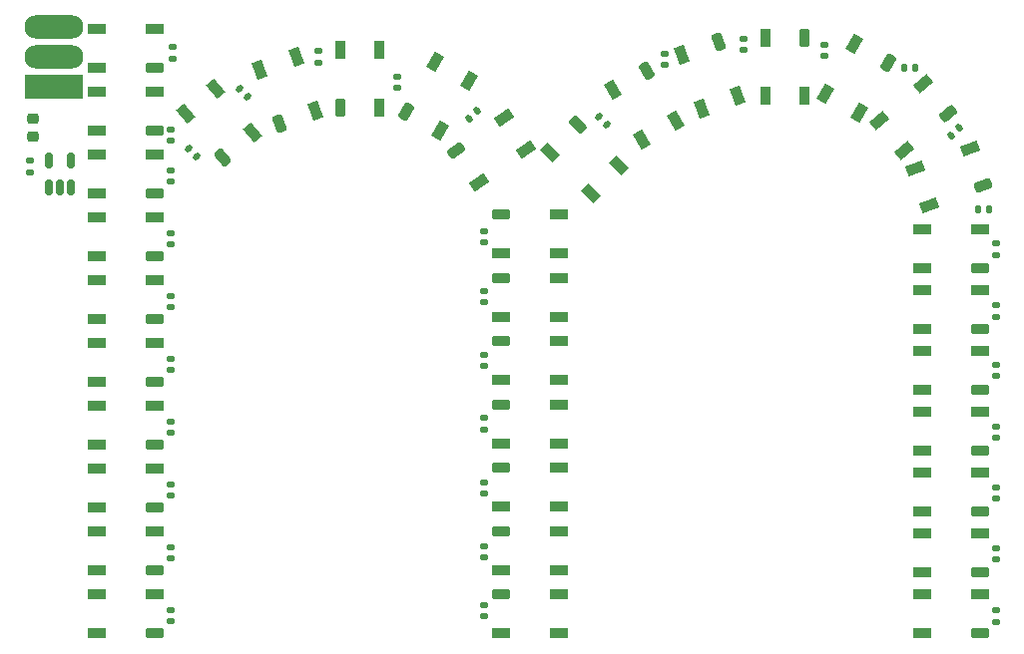
<source format=gts>
G04 #@! TF.GenerationSoftware,KiCad,Pcbnew,7.0.0-da2b9df05c~165~ubuntu22.04.1*
G04 #@! TF.CreationDate,2023-03-06T13:31:38-08:00*
G04 #@! TF.ProjectId,badge,62616467-652e-46b6-9963-61645f706362,rev?*
G04 #@! TF.SameCoordinates,Original*
G04 #@! TF.FileFunction,Soldermask,Top*
G04 #@! TF.FilePolarity,Negative*
%FSLAX46Y46*%
G04 Gerber Fmt 4.6, Leading zero omitted, Abs format (unit mm)*
G04 Created by KiCad (PCBNEW 7.0.0-da2b9df05c~165~ubuntu22.04.1) date 2023-03-06 13:31:38*
%MOMM*%
%LPD*%
G01*
G04 APERTURE LIST*
G04 Aperture macros list*
%AMRoundRect*
0 Rectangle with rounded corners*
0 $1 Rounding radius*
0 $2 $3 $4 $5 $6 $7 $8 $9 X,Y pos of 4 corners*
0 Add a 4 corners polygon primitive as box body*
4,1,4,$2,$3,$4,$5,$6,$7,$8,$9,$2,$3,0*
0 Add four circle primitives for the rounded corners*
1,1,$1+$1,$2,$3*
1,1,$1+$1,$4,$5*
1,1,$1+$1,$6,$7*
1,1,$1+$1,$8,$9*
0 Add four rect primitives between the rounded corners*
20,1,$1+$1,$2,$3,$4,$5,0*
20,1,$1+$1,$4,$5,$6,$7,0*
20,1,$1+$1,$6,$7,$8,$9,0*
20,1,$1+$1,$8,$9,$2,$3,0*%
%AMRotRect*
0 Rectangle, with rotation*
0 The origin of the aperture is its center*
0 $1 length*
0 $2 width*
0 $3 Rotation angle, in degrees counterclockwise*
0 Add horizontal line*
21,1,$1,$2,0,0,$3*%
G04 Aperture macros list end*
%ADD10RoundRect,0.140000X0.140000X0.170000X-0.140000X0.170000X-0.140000X-0.170000X0.140000X-0.170000X0*%
%ADD11RoundRect,0.225000X0.525000X0.225000X-0.525000X0.225000X-0.525000X-0.225000X0.525000X-0.225000X0*%
%ADD12R,1.500000X0.900000*%
%ADD13RoundRect,0.225000X-0.525000X-0.225000X0.525000X-0.225000X0.525000X0.225000X-0.525000X0.225000X0*%
%ADD14RoundRect,0.225000X0.416384X0.390991X-0.570293X0.031870X-0.416384X-0.390991X0.570293X-0.031870X0*%
%ADD15RotRect,1.500000X0.900000X200.000000*%
%ADD16RoundRect,0.140000X0.170000X-0.140000X0.170000X0.140000X-0.170000X0.140000X-0.170000X-0.140000X0*%
%ADD17RoundRect,0.225000X0.390991X-0.416384X0.031870X0.570293X-0.390991X0.416384X-0.031870X-0.570293X0*%
%ADD18RotRect,1.500000X0.900000X110.000000*%
%ADD19RoundRect,0.140000X-0.021213X0.219203X-0.219203X0.021213X0.021213X-0.219203X0.219203X-0.021213X0*%
%ADD20RoundRect,0.140000X-0.170000X0.140000X-0.170000X-0.140000X0.170000X-0.140000X0.170000X0.140000X0*%
%ADD21RoundRect,0.225000X-0.301000X-0.485437X0.559110X0.116818X0.301000X0.485437X-0.559110X-0.116818X0*%
%ADD22RotRect,1.500000X0.900000X35.000000*%
%ADD23RoundRect,0.225000X0.067644X0.567163X-0.457356X-0.342163X-0.067644X-0.567163X0.457356X0.342163X0*%
%ADD24RotRect,1.500000X0.900000X240.000000*%
%ADD25RoundRect,0.225000X0.257546X0.509823X-0.546801X-0.165103X-0.257546X-0.509823X0.546801X0.165103X0*%
%ADD26RotRect,1.500000X0.900000X220.000000*%
%ADD27RoundRect,0.225000X-0.225000X0.525000X-0.225000X-0.525000X0.225000X-0.525000X0.225000X0.525000X0*%
%ADD28R,0.900000X1.500000*%
%ADD29RoundRect,0.225000X-0.250000X0.225000X-0.250000X-0.225000X0.250000X-0.225000X0.250000X0.225000X0*%
%ADD30RoundRect,0.225000X-0.457356X0.342163X0.067644X-0.567163X0.457356X-0.342163X-0.067644X0.567163X0*%
%ADD31RotRect,1.500000X0.900000X300.000000*%
%ADD32RoundRect,0.225000X-0.067644X-0.567163X0.457356X0.342163X0.067644X0.567163X-0.457356X-0.342163X0*%
%ADD33RotRect,1.500000X0.900000X60.000000*%
%ADD34RoundRect,0.140000X0.219203X0.021213X0.021213X0.219203X-0.219203X-0.021213X-0.021213X-0.219203X0*%
%ADD35RoundRect,0.225000X0.509823X-0.257546X-0.165103X0.546801X-0.509823X0.257546X0.165103X-0.546801X0*%
%ADD36RotRect,1.500000X0.900000X130.000000*%
%ADD37RoundRect,0.225000X-0.390991X0.416384X-0.031870X-0.570293X0.390991X-0.416384X0.031870X0.570293X0*%
%ADD38RotRect,1.500000X0.900000X290.000000*%
%ADD39RoundRect,0.140000X-0.219203X-0.021213X-0.021213X-0.219203X0.219203X0.021213X0.021213X0.219203X0*%
%ADD40R,5.000000X2.000000*%
%ADD41O,5.000000X2.000000*%
%ADD42RoundRect,0.140000X0.021213X-0.219203X0.219203X-0.021213X-0.021213X0.219203X-0.219203X0.021213X0*%
%ADD43RoundRect,0.150000X0.150000X-0.512500X0.150000X0.512500X-0.150000X0.512500X-0.150000X-0.512500X0*%
%ADD44RoundRect,0.140000X-0.140000X-0.170000X0.140000X-0.170000X0.140000X0.170000X-0.140000X0.170000X0*%
%ADD45RoundRect,0.225000X-0.530330X0.212132X0.212132X-0.530330X0.530330X-0.212132X-0.212132X0.530330X0*%
%ADD46RotRect,1.500000X0.900000X315.000000*%
%ADD47RoundRect,0.225000X0.225000X-0.525000X0.225000X0.525000X-0.225000X0.525000X-0.225000X-0.525000X0*%
G04 APERTURE END LIST*
D10*
G04 #@! TO.C,C14*
X184990000Y-76910000D03*
X184030000Y-76910000D03*
G04 #@! TD*
D11*
G04 #@! TO.C,D17*
X184224000Y-92243332D03*
D12*
X184223999Y-88943331D03*
X179323999Y-88943331D03*
X179323999Y-92243331D03*
G04 #@! TD*
D11*
G04 #@! TO.C,D15*
X184224000Y-81914000D03*
D12*
X184223999Y-78613999D03*
X179323999Y-78613999D03*
X179323999Y-81913999D03*
G04 #@! TD*
D13*
G04 #@! TO.C,D7*
X143600000Y-77344000D03*
D12*
X143599999Y-80643999D03*
X148499999Y-80643999D03*
X148499999Y-77343999D03*
G04 #@! TD*
D14*
G04 #@! TO.C,D14*
X184476580Y-74880543D03*
D15*
X183347913Y-71779557D03*
X178743419Y-73455456D03*
X179872085Y-76556441D03*
G04 #@! TD*
D16*
G04 #@! TO.C,C34*
X115520000Y-101202000D03*
X115520000Y-100242000D03*
G04 #@! TD*
G04 #@! TO.C,C17*
X185540000Y-91090000D03*
X185540000Y-90130000D03*
G04 #@! TD*
D17*
G04 #@! TO.C,D25*
X124763457Y-69668580D03*
D18*
X127864441Y-68539913D03*
X126188542Y-63935419D03*
X123087557Y-65064085D03*
G04 #@! TD*
D11*
G04 #@! TO.C,D16*
X184224000Y-87078666D03*
D12*
X184223999Y-83778665D03*
X179323999Y-83778665D03*
X179323999Y-87078665D03*
G04 #@! TD*
D13*
G04 #@! TO.C,D2*
X143600000Y-104225665D03*
D12*
X143599999Y-107525664D03*
X148499999Y-107525664D03*
X148499999Y-104225664D03*
G04 #@! TD*
D19*
G04 #@! TO.C,C13*
X182449411Y-69950589D03*
X181770589Y-70629411D03*
G04 #@! TD*
D20*
G04 #@! TO.C,C1*
X142150000Y-110490000D03*
X142150000Y-111450000D03*
G04 #@! TD*
D21*
G04 #@! TO.C,D22*
X139794676Y-71935661D03*
D22*
X141687478Y-74638862D03*
X145701323Y-71828338D03*
X143808520Y-69125136D03*
G04 #@! TD*
D11*
G04 #@! TO.C,D31*
X114210000Y-86232000D03*
D12*
X114209999Y-82931999D03*
X109309999Y-82931999D03*
X109309999Y-86231999D03*
G04 #@! TD*
D20*
G04 #@! TO.C,C37*
X103632000Y-72799000D03*
X103632000Y-73759000D03*
G04 #@! TD*
D11*
G04 #@! TO.C,D32*
X114210000Y-91566000D03*
D12*
X114209999Y-88265999D03*
X109309999Y-88265999D03*
X109309999Y-91565999D03*
G04 #@! TD*
D11*
G04 #@! TO.C,D27*
X114210000Y-64896000D03*
D12*
X114209999Y-61595999D03*
X109309999Y-61595999D03*
X109309999Y-64895999D03*
G04 #@! TD*
D20*
G04 #@! TO.C,C3*
X142150000Y-100100000D03*
X142150000Y-101060000D03*
G04 #@! TD*
D11*
G04 #@! TO.C,D18*
X184224000Y-97407998D03*
D12*
X184223999Y-94107997D03*
X179323999Y-94107997D03*
X179323999Y-97407997D03*
G04 #@! TD*
D23*
G04 #@! TO.C,D12*
X176389942Y-64489238D03*
D24*
X173532057Y-62839237D03*
X171082057Y-67082761D03*
X173939941Y-68732761D03*
G04 #@! TD*
D16*
G04 #@! TO.C,C21*
X185540000Y-111930000D03*
X185540000Y-110970000D03*
G04 #@! TD*
D25*
G04 #@! TO.C,D13*
X181499408Y-68777144D03*
D26*
X179378208Y-66249196D03*
X175624591Y-69398855D03*
X177745790Y-71926802D03*
G04 #@! TD*
D27*
G04 #@! TO.C,D11*
X169290000Y-62320000D03*
D28*
X165989999Y-62319999D03*
X165989999Y-67219999D03*
X169289999Y-67219999D03*
G04 #@! TD*
D13*
G04 #@! TO.C,D1*
X143600000Y-109602000D03*
D12*
X143599999Y-112901999D03*
X148499999Y-112901999D03*
X148499999Y-109601999D03*
G04 #@! TD*
D29*
G04 #@! TO.C,C38*
X103886000Y-69202000D03*
X103886000Y-70752000D03*
G04 #@! TD*
D16*
G04 #@! TO.C,C15*
X185540000Y-80780000D03*
X185540000Y-79820000D03*
G04 #@! TD*
D30*
G04 #@! TO.C,D9*
X155905942Y-65125238D03*
D31*
X153048057Y-66775237D03*
X155498057Y-71018761D03*
X158355941Y-69368761D03*
G04 #@! TD*
D16*
G04 #@! TO.C,C29*
X115520000Y-74532000D03*
X115520000Y-73572000D03*
G04 #@! TD*
D32*
G04 #@! TO.C,D23*
X135522058Y-68606762D03*
D33*
X138379941Y-70256761D03*
X140829941Y-66013237D03*
X137972057Y-64363237D03*
G04 #@! TD*
D16*
G04 #@! TO.C,C16*
X185540000Y-86040000D03*
X185540000Y-85080000D03*
G04 #@! TD*
G04 #@! TO.C,C35*
X115520000Y-106536000D03*
X115520000Y-105576000D03*
G04 #@! TD*
G04 #@! TO.C,C24*
X128040000Y-64440000D03*
X128040000Y-63480000D03*
G04 #@! TD*
D11*
G04 #@! TO.C,D21*
X184224000Y-112901996D03*
D12*
X184223999Y-109601995D03*
X179323999Y-109601995D03*
X179323999Y-112901995D03*
G04 #@! TD*
D34*
G04 #@! TO.C,C25*
X122099411Y-67379411D03*
X121420589Y-66700589D03*
G04 #@! TD*
D11*
G04 #@! TO.C,D29*
X114210000Y-75564000D03*
D12*
X114209999Y-72263999D03*
X109309999Y-72263999D03*
X109309999Y-75563999D03*
G04 #@! TD*
D16*
G04 #@! TO.C,C33*
X115520000Y-95868000D03*
X115520000Y-94908000D03*
G04 #@! TD*
D20*
G04 #@! TO.C,C28*
X115570000Y-70143000D03*
X115570000Y-71103000D03*
G04 #@! TD*
D35*
G04 #@! TO.C,D26*
X119944856Y-72533408D03*
D36*
X122472802Y-70412208D03*
X119323143Y-66658591D03*
X116795196Y-68779790D03*
G04 #@! TD*
D16*
G04 #@! TO.C,C32*
X115520000Y-90534000D03*
X115520000Y-89574000D03*
G04 #@! TD*
D11*
G04 #@! TO.C,D33*
X114210000Y-96900000D03*
D12*
X114209999Y-93599999D03*
X109309999Y-93599999D03*
X109309999Y-96899999D03*
G04 #@! TD*
D11*
G04 #@! TO.C,D20*
X184224000Y-107737330D03*
D12*
X184223999Y-104437329D03*
X179323999Y-104437329D03*
X179323999Y-107737329D03*
G04 #@! TD*
D11*
G04 #@! TO.C,D35*
X114210000Y-107568000D03*
D12*
X114209999Y-104267999D03*
X109309999Y-104267999D03*
X109309999Y-107567999D03*
G04 #@! TD*
D20*
G04 #@! TO.C,C5*
X142150000Y-89260000D03*
X142150000Y-90220000D03*
G04 #@! TD*
D11*
G04 #@! TO.C,D19*
X184224000Y-102572664D03*
D12*
X184223999Y-99272663D03*
X179323999Y-99272663D03*
X179323999Y-102572663D03*
G04 #@! TD*
D13*
G04 #@! TO.C,D6*
X143600000Y-82720333D03*
D12*
X143599999Y-86020332D03*
X148499999Y-86020332D03*
X148499999Y-82720332D03*
G04 #@! TD*
D20*
G04 #@! TO.C,C9*
X157480000Y-63670000D03*
X157480000Y-64630000D03*
G04 #@! TD*
G04 #@! TO.C,C11*
X170970000Y-62950000D03*
X170970000Y-63910000D03*
G04 #@! TD*
D13*
G04 #@! TO.C,D3*
X143600000Y-98849332D03*
D12*
X143599999Y-102149331D03*
X148499999Y-102149331D03*
X148499999Y-98849331D03*
G04 #@! TD*
D37*
G04 #@! TO.C,D10*
X162002543Y-62665420D03*
D38*
X158901557Y-63794085D03*
X160577456Y-68398579D03*
X163678441Y-67269913D03*
G04 #@! TD*
D16*
G04 #@! TO.C,C27*
X115697000Y-64107000D03*
X115697000Y-63147000D03*
G04 #@! TD*
D11*
G04 #@! TO.C,D34*
X114210000Y-102234000D03*
D12*
X114209999Y-98933999D03*
X109309999Y-98933999D03*
X109309999Y-102233999D03*
G04 #@! TD*
D39*
G04 #@! TO.C,C8*
X151890589Y-69060589D03*
X152569411Y-69739411D03*
G04 #@! TD*
D11*
G04 #@! TO.C,D36*
X114210000Y-112902000D03*
D12*
X114209999Y-109601999D03*
X109309999Y-109601999D03*
X109309999Y-112901999D03*
G04 #@! TD*
D16*
G04 #@! TO.C,C20*
X185540000Y-106660000D03*
X185540000Y-105700000D03*
G04 #@! TD*
D40*
G04 #@! TO.C,J1*
X105637499Y-66532999D03*
D41*
X105637499Y-63992999D03*
X105637499Y-61452999D03*
G04 #@! TD*
D42*
G04 #@! TO.C,C22*
X140880589Y-69219411D03*
X141559411Y-68540589D03*
G04 #@! TD*
D11*
G04 #@! TO.C,D30*
X114210000Y-80898000D03*
D12*
X114209999Y-77597999D03*
X109309999Y-77597999D03*
X109309999Y-80897999D03*
G04 #@! TD*
D11*
G04 #@! TO.C,D28*
X114210000Y-70230000D03*
D12*
X114209999Y-66929999D03*
X109309999Y-66929999D03*
X109309999Y-70229999D03*
G04 #@! TD*
D43*
G04 #@! TO.C,U1*
X105222000Y-75051500D03*
X106172000Y-75051500D03*
X107122000Y-75051500D03*
X107122000Y-72776500D03*
X105222000Y-72776500D03*
G04 #@! TD*
D20*
G04 #@! TO.C,C2*
X142150000Y-105520000D03*
X142150000Y-106480000D03*
G04 #@! TD*
D44*
G04 #@! TO.C,C12*
X177770000Y-64890000D03*
X178730000Y-64890000D03*
G04 #@! TD*
D20*
G04 #@! TO.C,C7*
X142150000Y-78790000D03*
X142150000Y-79750000D03*
G04 #@! TD*
D16*
G04 #@! TO.C,C23*
X134790000Y-66600000D03*
X134790000Y-65640000D03*
G04 #@! TD*
G04 #@! TO.C,C36*
X115520000Y-111870000D03*
X115520000Y-110910000D03*
G04 #@! TD*
D20*
G04 #@! TO.C,C4*
X142150000Y-94650000D03*
X142150000Y-95610000D03*
G04 #@! TD*
D16*
G04 #@! TO.C,C18*
X185540000Y-96290000D03*
X185540000Y-95330000D03*
G04 #@! TD*
D20*
G04 #@! TO.C,C6*
X142150000Y-83860000D03*
X142150000Y-84820000D03*
G04 #@! TD*
D13*
G04 #@! TO.C,D5*
X143600000Y-88096666D03*
D12*
X143599999Y-91396665D03*
X148499999Y-91396665D03*
X148499999Y-88096665D03*
G04 #@! TD*
D45*
G04 #@! TO.C,D8*
X150056315Y-69744862D03*
D46*
X147722861Y-72078314D03*
X151187684Y-75543137D03*
X153521137Y-73209684D03*
G04 #@! TD*
D20*
G04 #@! TO.C,C10*
X164170000Y-62400000D03*
X164170000Y-63360000D03*
G04 #@! TD*
D16*
G04 #@! TO.C,C31*
X115520000Y-85200000D03*
X115520000Y-84240000D03*
G04 #@! TD*
D34*
G04 #@! TO.C,C26*
X117739411Y-72439411D03*
X117060589Y-71760589D03*
G04 #@! TD*
D47*
G04 #@! TO.C,D24*
X129922000Y-68236000D03*
D28*
X133221999Y-68235999D03*
X133221999Y-63335999D03*
X129921999Y-63335999D03*
G04 #@! TD*
D13*
G04 #@! TO.C,D4*
X143600000Y-93472999D03*
D12*
X143599999Y-96772998D03*
X148499999Y-96772998D03*
X148499999Y-93472998D03*
G04 #@! TD*
D16*
G04 #@! TO.C,C19*
X185540000Y-101490000D03*
X185540000Y-100530000D03*
G04 #@! TD*
G04 #@! TO.C,C30*
X115520000Y-79866000D03*
X115520000Y-78906000D03*
G04 #@! TD*
M02*

</source>
